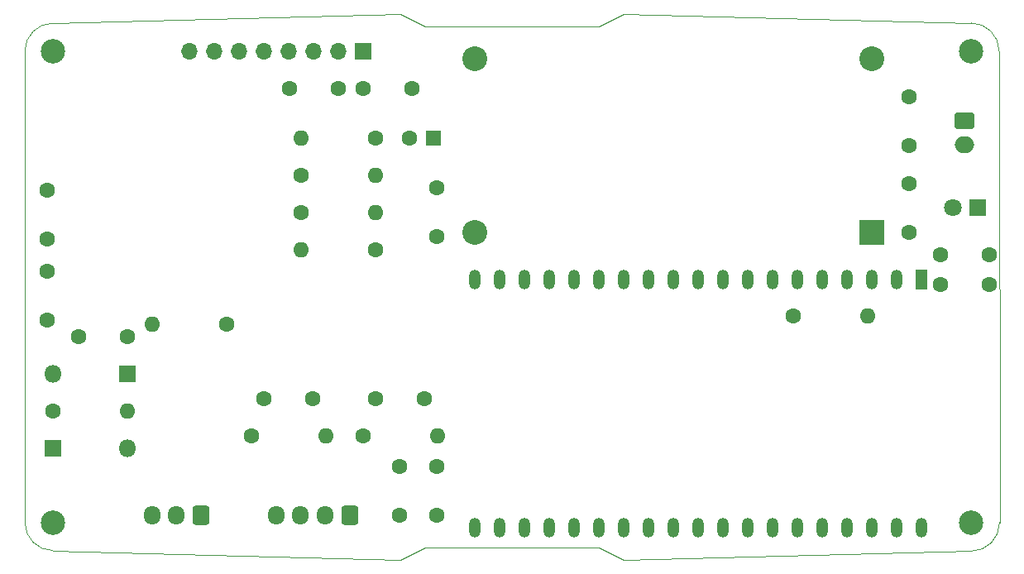
<source format=gbr>
G04 #@! TF.GenerationSoftware,KiCad,Pcbnew,7.0.9*
G04 #@! TF.CreationDate,2023-12-29T13:55:22-03:00*
G04 #@! TF.ProjectId,UECU,55454355-2e6b-4696-9361-645f70636258,v2.4*
G04 #@! TF.SameCoordinates,Original*
G04 #@! TF.FileFunction,Soldermask,Bot*
G04 #@! TF.FilePolarity,Negative*
%FSLAX46Y46*%
G04 Gerber Fmt 4.6, Leading zero omitted, Abs format (unit mm)*
G04 Created by KiCad (PCBNEW 7.0.9) date 2023-12-29 13:55:22*
%MOMM*%
%LPD*%
G01*
G04 APERTURE LIST*
G04 Aperture macros list*
%AMRoundRect*
0 Rectangle with rounded corners*
0 $1 Rounding radius*
0 $2 $3 $4 $5 $6 $7 $8 $9 X,Y pos of 4 corners*
0 Add a 4 corners polygon primitive as box body*
4,1,4,$2,$3,$4,$5,$6,$7,$8,$9,$2,$3,0*
0 Add four circle primitives for the rounded corners*
1,1,$1+$1,$2,$3*
1,1,$1+$1,$4,$5*
1,1,$1+$1,$6,$7*
1,1,$1+$1,$8,$9*
0 Add four rect primitives between the rounded corners*
20,1,$1+$1,$2,$3,$4,$5,0*
20,1,$1+$1,$4,$5,$6,$7,0*
20,1,$1+$1,$6,$7,$8,$9,0*
20,1,$1+$1,$8,$9,$2,$3,0*%
G04 Aperture macros list end*
%ADD10C,1.600000*%
%ADD11O,1.600000X1.600000*%
%ADD12RoundRect,0.250000X0.600000X0.725000X-0.600000X0.725000X-0.600000X-0.725000X0.600000X-0.725000X0*%
%ADD13O,1.700000X1.950000*%
%ADD14C,2.500000*%
%ADD15R,1.800000X1.800000*%
%ADD16O,1.800000X1.800000*%
%ADD17R,1.600000X1.600000*%
%ADD18R,2.540000X2.540000*%
%ADD19C,2.540000*%
%ADD20O,2.000000X1.700000*%
%ADD21RoundRect,0.250000X-0.750000X0.600000X-0.750000X-0.600000X0.750000X-0.600000X0.750000X0.600000X0*%
%ADD22C,1.800000*%
%ADD23R,1.700000X1.700000*%
%ADD24O,1.700000X1.700000*%
%ADD25R,1.200000X2.000000*%
%ADD26O,1.200000X2.000000*%
G04 #@! TA.AperFunction,Profile*
%ADD27C,0.100000*%
G04 #@! TD*
G04 APERTURE END LIST*
D10*
X75400000Y-62700000D03*
D11*
X83020000Y-62700000D03*
D10*
X125819000Y-77076400D03*
D11*
X133439000Y-77076400D03*
D12*
X80360000Y-97515000D03*
D13*
X77860000Y-97515000D03*
X75360000Y-97515000D03*
X72860000Y-97515000D03*
D10*
X83020000Y-70320000D03*
D11*
X75400000Y-70320000D03*
D10*
X50000000Y-86830000D03*
D11*
X57620000Y-86830000D03*
D10*
X137630000Y-59690000D03*
X137630000Y-54690000D03*
D14*
X50000000Y-50000000D03*
D10*
X81750000Y-89370000D03*
D11*
X89370000Y-89370000D03*
D10*
X89319200Y-97523400D03*
X89319200Y-92523400D03*
D15*
X57620000Y-83020000D03*
D16*
X50000000Y-83020000D03*
D17*
X88963600Y-58890000D03*
D10*
X86463600Y-58890000D03*
X81790000Y-53810000D03*
X86790000Y-53810000D03*
D18*
X133820000Y-68542000D03*
D19*
X133820000Y-50762000D03*
X93180000Y-50762000D03*
X93180000Y-68542000D03*
D10*
X83020000Y-58890000D03*
D11*
X75400000Y-58890000D03*
D20*
X143319600Y-59612000D03*
D21*
X143319600Y-57112000D03*
D10*
X79210000Y-53810000D03*
X74210000Y-53810000D03*
D14*
X143980000Y-50000000D03*
D12*
X65160000Y-97515000D03*
D13*
X62660000Y-97515000D03*
X60160000Y-97515000D03*
D10*
X49415800Y-69202400D03*
X49415800Y-64202400D03*
X137630000Y-68542000D03*
X137630000Y-63542000D03*
X70320000Y-89370000D03*
D11*
X77940000Y-89370000D03*
D15*
X144640400Y-66040000D03*
D22*
X142100400Y-66040000D03*
D10*
X140830400Y-70828000D03*
X145830400Y-70828000D03*
X57620000Y-79210000D03*
X52620000Y-79210000D03*
X67780000Y-77940000D03*
D11*
X60160000Y-77940000D03*
D23*
X81750000Y-50000000D03*
D24*
X79210000Y-50000000D03*
X76670000Y-50000000D03*
X74130000Y-50000000D03*
X71590000Y-50000000D03*
X69050000Y-50000000D03*
X66510000Y-50000000D03*
X63970000Y-50000000D03*
D14*
X143980000Y-98260000D03*
D25*
X138900000Y-73368000D03*
D26*
X136360000Y-73368000D03*
X133820000Y-73368000D03*
X131280000Y-73368000D03*
X128740000Y-73368000D03*
X126200000Y-73368000D03*
X123660000Y-73368000D03*
X121120000Y-73368000D03*
X118580000Y-73368000D03*
X116040000Y-73368000D03*
X113500000Y-73368000D03*
X110960000Y-73368000D03*
X108420000Y-73368000D03*
X105880000Y-73368000D03*
X103340000Y-73368000D03*
X100800000Y-73368000D03*
X98260000Y-73368000D03*
X95720000Y-73368000D03*
X93180000Y-73368000D03*
X93182720Y-98764320D03*
X95722720Y-98764320D03*
X98260000Y-98768000D03*
X100800000Y-98768000D03*
X103340000Y-98768000D03*
X105880000Y-98768000D03*
X108420000Y-98768000D03*
X110960000Y-98768000D03*
X113500000Y-98768000D03*
X116040000Y-98768000D03*
X118580000Y-98768000D03*
X121120000Y-98768000D03*
X123660000Y-98768000D03*
X126200000Y-98768000D03*
X128740000Y-98768000D03*
X131280000Y-98768000D03*
X133820000Y-98768000D03*
X136360000Y-98768000D03*
X138900000Y-98768000D03*
D14*
X50000000Y-98260000D03*
D15*
X50000000Y-90640000D03*
D16*
X57620000Y-90640000D03*
D10*
X83060000Y-85560000D03*
X88060000Y-85560000D03*
X89330000Y-63970000D03*
X89330000Y-68970000D03*
X71630000Y-85560000D03*
X76630000Y-85560000D03*
X140830400Y-73876000D03*
X145830400Y-73876000D03*
X75400000Y-66510000D03*
D11*
X83020000Y-66510000D03*
D10*
X85509200Y-97523400D03*
X85509200Y-92523400D03*
X49390400Y-72504400D03*
X49390400Y-77504400D03*
D27*
X88100000Y-47460000D02*
X85560000Y-46190000D01*
X146864774Y-50000000D02*
G75*
G03*
X143980000Y-47115226I-2884774J0D01*
G01*
X105880000Y-47460000D02*
X108420000Y-46190000D01*
X105880000Y-100800000D02*
X108420000Y-102070000D01*
X47141831Y-98260000D02*
X47133390Y-50000000D01*
X88100000Y-47460000D02*
X105880000Y-47460000D01*
X146864774Y-50000000D02*
X146907951Y-98260000D01*
X85560000Y-102070000D02*
X50000000Y-101118169D01*
X88100000Y-100800000D02*
X105880000Y-100800000D01*
X50000000Y-47133390D02*
G75*
G03*
X47133390Y-50000000I0J-2866610D01*
G01*
X143980000Y-101187951D02*
X108420000Y-102070000D01*
X143980000Y-101187951D02*
G75*
G03*
X146907951Y-98260000I0J2927951D01*
G01*
X143980000Y-47115226D02*
X108420000Y-46190000D01*
X47141831Y-98260000D02*
G75*
G03*
X50000000Y-101118169I2858169J0D01*
G01*
X85560000Y-46190000D02*
X50000000Y-47133390D01*
X88100000Y-100800000D02*
X85560000Y-102070000D01*
M02*

</source>
